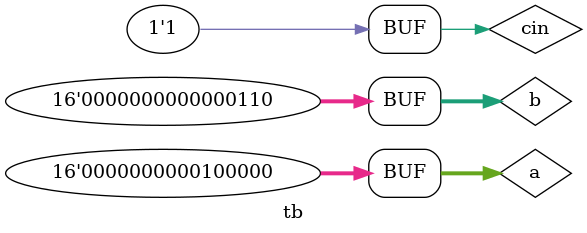
<source format=v>
`timescale 1ns / 1ps


module sixteen_bit_adder( sum, cout, a, b, cin);
parameter N = 16;
input [N-1 : 0] a, b;
input cin;
output reg [N-1 : 0] sum;
output reg cout;

always@(*)

begin

{cout, sum} = a + b + cin;

end
endmodule

module tb();
parameter N = 16;
reg [N-1 : 0] a, b;
reg cin;
wire [N-1 : 0] sum;
wire cout;

sixteen_bit_adder inst0( sum, cout, a, b, cin);

initial 
begin 
#00 a = 32; b =16; cin = 0;
#00 a = 32; b =56; cin = 1;
#00 a = 32; b =26; cin = 1;
#00 a = 32; b =36; cin = 1;
#00 a = 32; b =6; cin = 1;


end


endmodule 


</source>
